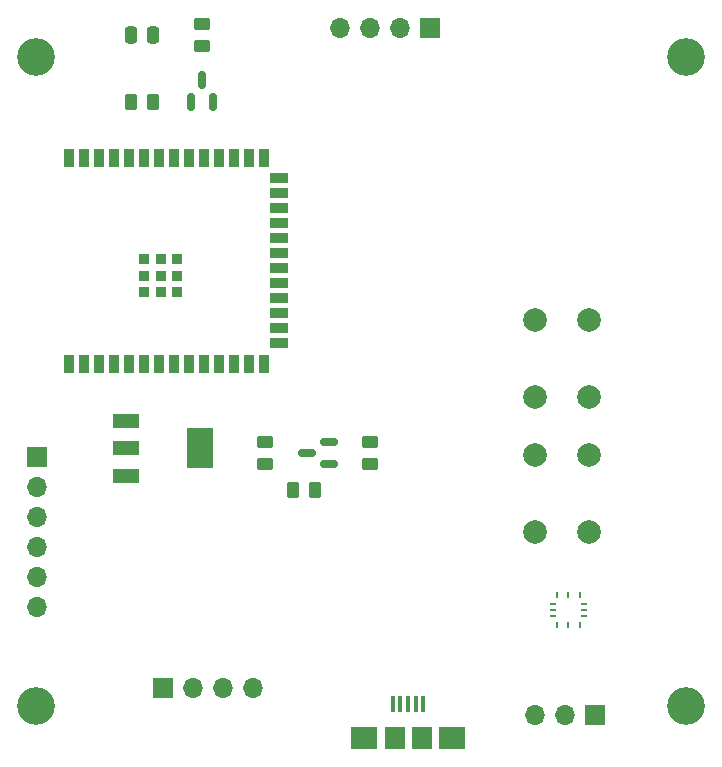
<source format=gbr>
%TF.GenerationSoftware,KiCad,Pcbnew,7.0.10*%
%TF.CreationDate,2024-03-04T00:36:13-06:00*%
%TF.ProjectId,ESP32,45535033-322e-46b6-9963-61645f706362,rev?*%
%TF.SameCoordinates,Original*%
%TF.FileFunction,Soldermask,Top*%
%TF.FilePolarity,Negative*%
%FSLAX46Y46*%
G04 Gerber Fmt 4.6, Leading zero omitted, Abs format (unit mm)*
G04 Created by KiCad (PCBNEW 7.0.10) date 2024-03-04 00:36:13*
%MOMM*%
%LPD*%
G01*
G04 APERTURE LIST*
G04 Aperture macros list*
%AMRoundRect*
0 Rectangle with rounded corners*
0 $1 Rounding radius*
0 $2 $3 $4 $5 $6 $7 $8 $9 X,Y pos of 4 corners*
0 Add a 4 corners polygon primitive as box body*
4,1,4,$2,$3,$4,$5,$6,$7,$8,$9,$2,$3,0*
0 Add four circle primitives for the rounded corners*
1,1,$1+$1,$2,$3*
1,1,$1+$1,$4,$5*
1,1,$1+$1,$6,$7*
1,1,$1+$1,$8,$9*
0 Add four rect primitives between the rounded corners*
20,1,$1+$1,$2,$3,$4,$5,0*
20,1,$1+$1,$4,$5,$6,$7,0*
20,1,$1+$1,$6,$7,$8,$9,0*
20,1,$1+$1,$8,$9,$2,$3,0*%
%AMOutline5P*
0 Free polygon, 5 corners , with rotation*
0 The origin of the aperture is its center*
0 number of corners: always 5*
0 $1 to $10 corner X, Y*
0 $11 Rotation angle, in degrees counterclockwise*
0 create outline with 5 corners*
4,1,5,$1,$2,$3,$4,$5,$6,$7,$8,$9,$10,$1,$2,$11*%
%AMOutline6P*
0 Free polygon, 6 corners , with rotation*
0 The origin of the aperture is its center*
0 number of corners: always 6*
0 $1 to $12 corner X, Y*
0 $13 Rotation angle, in degrees counterclockwise*
0 create outline with 6 corners*
4,1,6,$1,$2,$3,$4,$5,$6,$7,$8,$9,$10,$11,$12,$1,$2,$13*%
%AMOutline7P*
0 Free polygon, 7 corners , with rotation*
0 The origin of the aperture is its center*
0 number of corners: always 7*
0 $1 to $14 corner X, Y*
0 $15 Rotation angle, in degrees counterclockwise*
0 create outline with 7 corners*
4,1,7,$1,$2,$3,$4,$5,$6,$7,$8,$9,$10,$11,$12,$13,$14,$1,$2,$15*%
%AMOutline8P*
0 Free polygon, 8 corners , with rotation*
0 The origin of the aperture is its center*
0 number of corners: always 8*
0 $1 to $16 corner X, Y*
0 $17 Rotation angle, in degrees counterclockwise*
0 create outline with 8 corners*
4,1,8,$1,$2,$3,$4,$5,$6,$7,$8,$9,$10,$11,$12,$13,$14,$15,$16,$1,$2,$17*%
G04 Aperture macros list end*
%ADD10R,1.700000X1.700000*%
%ADD11O,1.700000X1.700000*%
%ADD12RoundRect,0.250000X0.450000X-0.262500X0.450000X0.262500X-0.450000X0.262500X-0.450000X-0.262500X0*%
%ADD13RoundRect,0.150000X0.150000X-0.587500X0.150000X0.587500X-0.150000X0.587500X-0.150000X-0.587500X0*%
%ADD14Outline5P,-0.125000X0.150000X-0.025000X0.250000X0.125000X0.250000X0.125000X-0.250000X-0.125000X-0.250000X90.000000*%
%ADD15R,0.500000X0.250000*%
%ADD16R,0.250000X0.500000*%
%ADD17R,0.889000X0.889000*%
%ADD18R,0.889000X1.498600*%
%ADD19R,1.498600X0.889000*%
%ADD20C,3.200000*%
%ADD21RoundRect,0.250000X-0.262500X-0.450000X0.262500X-0.450000X0.262500X0.450000X-0.262500X0.450000X0*%
%ADD22RoundRect,0.150000X0.587500X0.150000X-0.587500X0.150000X-0.587500X-0.150000X0.587500X-0.150000X0*%
%ADD23C,2.000000*%
%ADD24R,0.400000X1.400000*%
%ADD25R,2.300000X1.900000*%
%ADD26R,1.800000X1.900000*%
%ADD27RoundRect,0.250000X-0.450000X0.262500X-0.450000X-0.262500X0.450000X-0.262500X0.450000X0.262500X0*%
%ADD28RoundRect,0.250000X0.250000X0.475000X-0.250000X0.475000X-0.250000X-0.475000X0.250000X-0.475000X0*%
%ADD29R,2.200000X1.200000*%
%ADD30R,2.200000X3.500000*%
G04 APERTURE END LIST*
D10*
%TO.C,DHT22*%
X131826000Y-128778000D03*
D11*
X129286000Y-128778000D03*
X126746000Y-128778000D03*
%TD*%
D12*
%TO.C,R5*%
X103909500Y-105640500D03*
X103909500Y-107465500D03*
%TD*%
D13*
%TO.C,Q2*%
X97602000Y-76883500D03*
X99502000Y-76883500D03*
X98552000Y-75008500D03*
%TD*%
D14*
%TO.C,ZMOD1*%
X130870000Y-120358000D03*
D15*
X130870000Y-119858000D03*
X130870000Y-119358000D03*
D16*
X130570000Y-118558000D03*
X129570000Y-118558000D03*
X128570000Y-118558000D03*
D15*
X128270000Y-119358000D03*
X128270000Y-119858000D03*
X128270000Y-120358000D03*
D16*
X128570000Y-121158000D03*
X129570000Y-121158000D03*
X130570000Y-121158000D03*
%TD*%
D17*
%TO.C,U2*%
X93640000Y-90147000D03*
X95040000Y-90147000D03*
X96440000Y-90147000D03*
X96440000Y-91547000D03*
X96440000Y-92947000D03*
X95040000Y-92947000D03*
X93640000Y-92947000D03*
X93640000Y-91547000D03*
X95040000Y-91547000D03*
D18*
X87320000Y-81547000D03*
X88590000Y-81547000D03*
X89860000Y-81547000D03*
X91130000Y-81547000D03*
X92400000Y-81547000D03*
X93670000Y-81547000D03*
X94940000Y-81547000D03*
X96210000Y-81547000D03*
X97480000Y-81547000D03*
X98750000Y-81547000D03*
X100020000Y-81547000D03*
X101290000Y-81547000D03*
X102560000Y-81547000D03*
X103830000Y-81547000D03*
D19*
X105080000Y-83312000D03*
X105080000Y-84582000D03*
X105080000Y-85852000D03*
X105080000Y-87122000D03*
X105080000Y-88392000D03*
X105080000Y-89662000D03*
X105080000Y-90932000D03*
X105080000Y-92202000D03*
X105080000Y-93472000D03*
X105080000Y-94742000D03*
X105080000Y-96012000D03*
X105080000Y-97282000D03*
D18*
X103830000Y-99047000D03*
X102560000Y-99047000D03*
X101290000Y-99047000D03*
X100020000Y-99047000D03*
X98750000Y-99047000D03*
X97480000Y-99047000D03*
X96210000Y-99047000D03*
X94940000Y-99047000D03*
X93670000Y-99047000D03*
X92400000Y-99047000D03*
X91130000Y-99047000D03*
X89860000Y-99047000D03*
X88590000Y-99047000D03*
X87320000Y-99047000D03*
%TD*%
D20*
%TO.C,H3*%
X84500000Y-128000000D03*
%TD*%
D21*
%TO.C,R9*%
X108100500Y-109728000D03*
X106275500Y-109728000D03*
%TD*%
D12*
%TO.C,R6*%
X98552000Y-72081000D03*
X98552000Y-70256000D03*
%TD*%
D10*
%TO.C,MQ135*%
X95250000Y-126492000D03*
D11*
X97790000Y-126492000D03*
X100330000Y-126492000D03*
X102870000Y-126492000D03*
%TD*%
D22*
%TO.C,Q1*%
X107417000Y-106553000D03*
X109292000Y-105603000D03*
X109292000Y-107503000D03*
%TD*%
D23*
%TO.C,SW2*%
X131282000Y-95302000D03*
X131282000Y-101802000D03*
X126782000Y-95302000D03*
X126782000Y-101802000D03*
%TD*%
D24*
%TO.C,MicroUSB_5V1A_Wall1*%
X114700000Y-127800000D03*
X115350000Y-127800000D03*
X116000000Y-127800000D03*
X116650000Y-127800000D03*
X117300000Y-127800000D03*
D25*
X112250000Y-130650000D03*
D26*
X114850000Y-130650000D03*
X117150000Y-130650000D03*
D25*
X119750000Y-130650000D03*
%TD*%
D27*
%TO.C,R2*%
X112799500Y-107465500D03*
X112799500Y-105640500D03*
%TD*%
D10*
%TO.C,USB_UART1*%
X84582000Y-106934000D03*
D11*
X84582000Y-109474000D03*
X84582000Y-112014000D03*
X84582000Y-114554000D03*
X84582000Y-117094000D03*
X84582000Y-119634000D03*
%TD*%
D23*
%TO.C,SW1*%
X131282000Y-106732000D03*
X131282000Y-113232000D03*
X126782000Y-106732000D03*
X126782000Y-113232000D03*
%TD*%
D28*
%TO.C,C2*%
X94422000Y-71168500D03*
X92522000Y-71168500D03*
%TD*%
D29*
%TO.C,U1*%
X92150000Y-103872000D03*
X92150000Y-106172000D03*
X92150000Y-108472000D03*
D30*
X98350000Y-106172000D03*
%TD*%
D21*
%TO.C,R3*%
X92559500Y-76883500D03*
X94384500Y-76883500D03*
%TD*%
D20*
%TO.C,H1*%
X139500000Y-73000000D03*
%TD*%
D10*
%TO.C,HC-SR4*%
X117856000Y-70612000D03*
D11*
X115316000Y-70612000D03*
X112776000Y-70612000D03*
X110236000Y-70612000D03*
%TD*%
D20*
%TO.C,H4*%
X84500000Y-73000000D03*
%TD*%
%TO.C,H2*%
X139500000Y-128000000D03*
%TD*%
M02*

</source>
